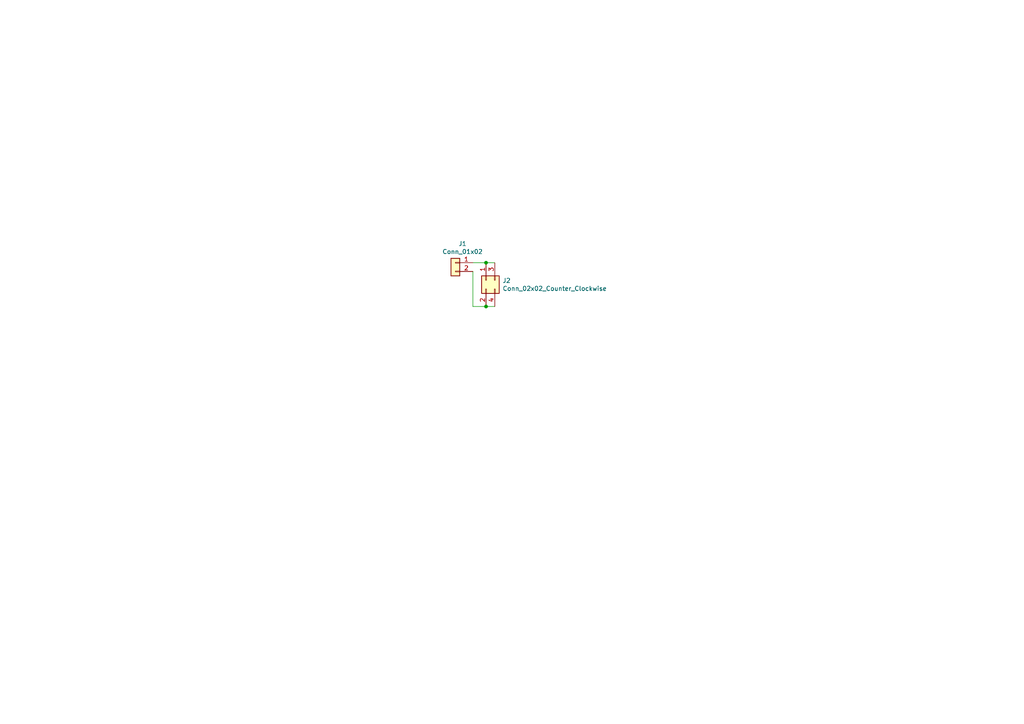
<source format=kicad_sch>
(kicad_sch (version 20230121) (generator eeschema)
  (paper "A4")
  (lib_symbols
    (symbol "Connector_Generic:Conn_01x02" (pin_names (offset 1.016) hide)
      (property "Reference" "J" (at 0 2.54 0))
      (property "Value" "Conn_01x02" (at 0 -5.08 0))
      (symbol "Conn_01x02_1_1"
        (rectangle (start -1.27 -2.413) (end 0 -2.667) (stroke (width 0.1524)))
        (rectangle (start -1.27 0.127) (end 0 -0.127) (stroke (width 0.1524)))
        (rectangle (start -1.27 1.27) (end 1.27 -3.81) (stroke (width 0.254)) (fill (type background)))
        (pin passive line (at -5.08 0 0) (length 3.81) (name "Pin_1") (number "1"))
        (pin passive line (at -5.08 -2.54 0) (length 3.81) (name "Pin_2") (number "2"))
      )
    )
    (symbol "Connector_Generic:Conn_02x02_Odd_Even" (pin_names (offset 1.016) hide)
      (property "Reference" "J" (at 1.27 2.54 0))
      (property "Value" "Conn_02x02_Odd_Even" (at 1.27 -5.08 0))
      (symbol "Conn_02x02_Odd_Even_1_1"
        (rectangle (start -1.27 -2.413) (end 0 -2.667) (stroke (width 0.1524)))
        (rectangle (start -1.27 0.127) (end 0 -0.127) (stroke (width 0.1524)))
        (rectangle (start -1.27 1.27) (end 3.81 -3.81) (stroke (width 0.254)) (fill (type background)))
        (rectangle (start 3.81 -2.413) (end 2.54 -2.667) (stroke (width 0.1524)))
        (rectangle (start 3.81 0.127) (end 2.54 -0.127) (stroke (width 0.1524)))
        (pin passive line (at -5.08 0 0) (length 3.81) (name "Pin_1") (number "1"))
        (pin passive line (at 7.62 0 180) (length 3.81) (name "Pin_2") (number "2"))
        (pin passive line (at -5.08 -2.54 0) (length 3.81) (name "Pin_3") (number "3"))
        (pin passive line (at 7.62 -2.54 180) (length 3.81) (name "Pin_4") (number "4"))
      )
    )
  )
  (junction (at 140.97 88.9))
  (junction (at 140.97 76.2))
  (wire (pts (xy 137.16 78.74) (xy 137.16 88.9)))
  (wire (pts (xy 140.97 76.2) (xy 137.16 76.2)))
  (wire (pts (xy 140.97 88.9) (xy 143.51 88.9)))
  (wire (pts (xy 137.16 88.9) (xy 140.97 88.9)))
  (wire (pts (xy 143.51 76.2) (xy 140.97 76.2)))
  (symbol (lib_id "Connector_Generic:Conn_01x02") (at 132.08 76.2 0) (mirror y) (unit 1)
    (property "Reference" "J1" (at 134.1628 70.6882 0))
    (property "Value" "Conn_01x02" (at 134.1628 72.9996 0))
    (property "Footprint" "TerminalBlock_Phoenix:TerminalBlock_Phoenix_MKDS-1,5-2-5.08_1x02_P5.08mm_Horizontal" (effects hide))
  )
  (symbol (lib_id "Connector_Generic:Conn_02x02_Odd_Even") (at 140.97 81.28 90) (mirror x) (unit 1)
    (property "Reference" "J2" (at 145.7452 81.3816 90) (effects (justify right)))
    (property "Value" "Conn_02x02_Counter_Clockwise" (at 145.7452 83.693 90) (effects (justify right)))
    (property "Footprint" "Connector_PinHeader_2.54mm:PinHeader_2x02_P2.54mm_Vertical_SMD" (effects hide))
  )
)
</source>
